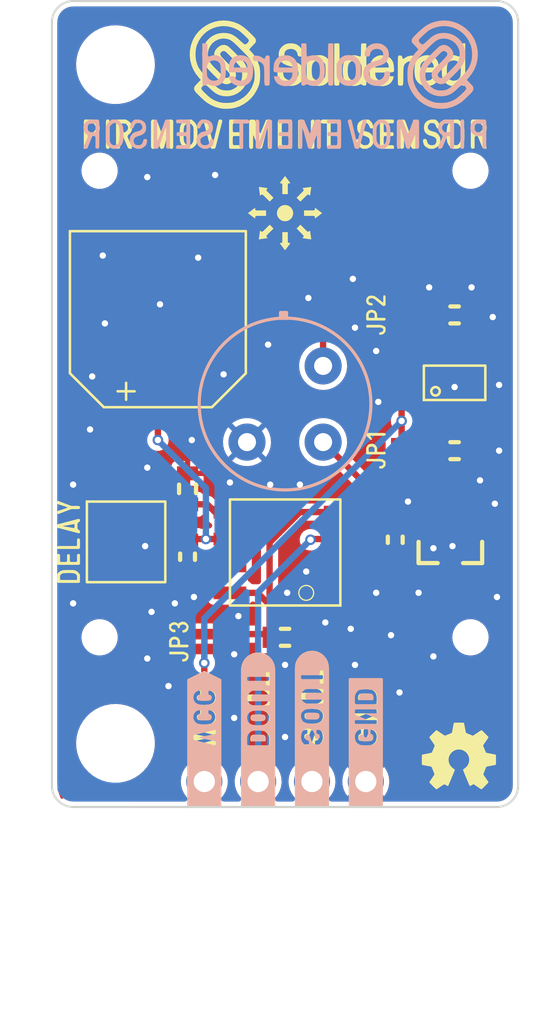
<source format=kicad_pcb>
(kicad_pcb (version 20210623) (generator pcbnew)
  (layers (0 "F.Cu" signal) (31 "B.Cu" signal) (34 "B.Paste" user) (35 "F.Paste" user) (36 "B.SilkS" user "B.Silkscreen") (37 "F.SilkS" user "F.Silkscreen") (38 "B.Mask" user) (39 "F.Mask" user) (44 "Edge.Cuts" user))
  (net 0 "")
  (net 1 "Net-(C1-Pad2)")
  (net 2 "GND")
  (net 3 "3V3")
  (net 4 "VDD_A")
  (net 5 "Net-(C4-Pad1)")
  (net 6 "REL")
  (net 7 "Net-(C5-Pad1)")
  (net 8 "Net-(Q1-Pad3)")
  (net 9 "Net-(R1-Pad3)")
  (net 10 "VCC")
  (net 11 "OUT")
  (footprint "" (layer "F.Cu") (at 92.25 100)
    (fp_text reference "HOLE_L2" hide)
    (fp_text value "" hide)
    (pad "" np_thru_hole circle locked (at 0 0) (size 1.2 1.2) (drill 1.2) (layers F&B.Cu *.Mask))
  )
  (footprint "buzzardLabel" (layer "F.Cu") (at 102.27 130.4 90)
    (fp_text reference "" (at 0 0 90) (layer "F.SilkS") (effects (font (size 1.27 1.27))))
    (fp_text value "" (at 0 0 90) (layer "F.SilkS") (effects (font (size 1.27 1.27))))
  )
  (footprint "e-radionica.com footprinti:FIDUCIAL_23" (layer "F.Cu") (at 107.4 103.1)
    (fp_text reference "FD1")
    (fp_text value "FIDUCIAL")
    (fp_circle (center 0 0) (end 1 0) (layer "F.Cu") (width 0.2) (fill none))
    (pad "1" smd circle (at 0 0) (size 1 1) (layers "F.Cu" "F.Paste" "F.Mask") (clearance 1.1))
  )
  (footprint "buzzardLabel" (layer "F.Cu") (at 104.81 130.4 90)
    (fp_text reference "" (at 0 0 90) (layer "F.SilkS") (effects (font (size 1.27 1.27))))
    (fp_text value "" (at 0 0 90) (layer "F.SilkS") (effects (font (size 1.27 1.27))))
  )
  (footprint "e-radionica.com footprinti:0603R" (layer "F.Cu") (at 106.2 117.4 90)
    (fp_text reference "R2")
    (fp_text value "10k")
    (pad "1" smd rect locked (at -0.775 0 180) (size 1 0.64) (layers "F.Cu" "F.Paste" "F.Mask") (net 8 "Net-(Q1-Pad3)"))
    (pad "2" smd rect locked (at 0.775 0 180) (size 1 0.64) (layers "F.Cu" "F.Paste" "F.Mask") (net 4 "VDD_A"))
  )
  (footprint "e-radionica.com footprinti:0603C" (layer "F.Cu") (at 109 106.8 180)
    (fp_text reference "C2")
    (fp_text value "2u2")
    (pad "1" smd rect locked (at -0.73 0 180) (size 0.66 1) (layers "F.Cu" "F.Paste" "F.Mask") (net 2 "GND"))
    (pad "2" smd rect locked (at 0.73 0 180) (size 0.66 1) (layers "F.Cu" "F.Paste" "F.Mask") (net 3 "3V3"))
  )
  (footprint "" (layer "F.Cu") (at 92.25 122)
    (fp_text reference "HOLE_L1" hide)
    (fp_text value "" hide)
    (pad "" np_thru_hole circle locked (at 0 0) (size 1.2 1.2) (drill 1.2) (layers F&B.Cu *.Mask))
  )
  (footprint "e-radionica.com footprinti:0603C" (layer "F.Cu") (at 101 122)
    (fp_text reference "C3")
    (fp_text value "100n")
    (pad "1" smd rect locked (at -0.73 0) (size 0.66 1) (layers "F.Cu" "F.Paste" "F.Mask") (net 4 "VDD_A"))
    (pad "2" smd rect locked (at 0.73 0) (size 0.66 1) (layers "F.Cu" "F.Paste" "F.Mask") (net 2 "GND"))
  )
  (footprint "e-radionica.com footprinti:ELECTROLITIC_CAP_8x8x14.5" (layer "F.Cu") (at 95 107 90)
    (fp_text reference "C5")
    (fp_text value "EMZR160ARA681MHA0G")
    (pad "1" smd rect (at -3.3 0 180) (size 1.2 3.4) (layers "F.Cu" "F.Paste" "F.Mask") (net 7 "Net-(C5-Pad1)"))
    (pad "2" smd rect (at 3.3 0 180) (size 1.2 3.4) (layers "F.Cu" "F.Paste" "F.Mask") (net 2 "GND"))
  )
  (footprint "Soldered Graphics:Logo-Back-SolderedFULL-13mm" (layer "F.Cu") (at 103.6 95)
    (fp_text reference "REF**" hide)
    (fp_text value "Logo-Front-SolderedFULL-13mm" hide)
  )
  (footprint "" (layer "F.Cu") (at 109.75 100)
    (fp_text reference "HOLE_L3" hide)
    (fp_text value "" hide)
    (pad "" np_thru_hole circle locked (at 0 0) (size 1.2 1.2) (drill 1.2) (layers F&B.Cu *.Mask))
  )
  (footprint "e-radionica.com footprinti:HOLE_3.2mm" (layer "F.Cu") (at 93 95)
    (fp_text reference "H2" hide)
    (fp_text value "HOLE_3.2mm" hide)
    (pad "" np_thru_hole circle locked (at 0 0) (size 3.2 3.2) (drill 3.2) (layers F&B.Cu *.Mask))
  )
  (footprint "e-radionica.com footprinti:0603C" (layer "F.Cu") (at 109 113.2 180)
    (fp_text reference "C1")
    (fp_text value "2u2")
    (pad "1" smd rect locked (at -0.73 0 180) (size 0.66 1) (layers "F.Cu" "F.Paste" "F.Mask") (net 2 "GND"))
    (pad "2" smd rect locked (at 0.73 0 180) (size 0.66 1) (layers "F.Cu" "F.Paste" "F.Mask") (net 1 "Net-(C1-Pad2)"))
  )
  (footprint "e-radionica.com footprinti:SOIC−8" (layer "F.Cu") (at 101 118 180)
    (fp_text reference "U3")
    (fp_text value "NE555DR")
    (pad "1" smd rect locked (at -2.6 -1.905 180) (size 1.55 0.6) (layers "F.Cu" "F.Paste" "F.Mask") (net 2 "GND"))
    (pad "2" smd rect locked (at -2.6 -0.635 180) (size 1.55 0.6) (layers "F.Cu" "F.Paste" "F.Mask") (net 8 "Net-(Q1-Pad3)"))
    (pad "3" smd rect locked (at -2.6 0.635 180) (size 1.55 0.6) (layers "F.Cu" "F.Paste" "F.Mask") (net 11 "OUT"))
    (pad "4" smd rect locked (at -2.6 1.905 180) (size 1.55 0.6) (layers "F.Cu" "F.Paste" "F.Mask") (net 4 "VDD_A"))
    (pad "5" smd rect locked (at 2.6 1.905 180) (size 1.55 0.6) (layers "F.Cu" "F.Paste" "F.Mask") (net 5 "Net-(C4-Pad1)"))
    (pad "6" smd rect locked (at 2.6 0.635 180) (size 1.55 0.6) (layers "F.Cu" "F.Paste" "F.Mask") (net 7 "Net-(C5-Pad1)"))
    (pad "7" smd rect locked (at 2.6 -0.635 180) (size 1.55 0.6) (layers "F.Cu" "F.Paste" "F.Mask") (net 7 "Net-(C5-Pad1)"))
    (pad "8" smd rect locked (at 2.6 -1.905 180) (size 1.55 0.6) (layers "F.Cu" "F.Paste" "F.Mask") (net 4 "VDD_A"))
  )
  (footprint "buzzardLabel" (layer "F.Cu") (at 96 122.2 90)
    (fp_text reference "" (at 0 0 90) (layer "F.SilkS") (effects (font (size 1.27 1.27))))
    (fp_text value "" (at 0 0 90) (layer "F.SilkS") (effects (font (size 1.27 1.27))))
  )
  (footprint "Soldered Graphics:Logo-Front-SolderedFULL-13mm" (layer "F.Cu") (at 103 95)
    (fp_text reference "REF**" hide)
    (fp_text value "Logo-Front-SolderedFULL-13mm" hide)
  )
  (footprint "e-radionica.com footprinti:0603R" (layer "F.Cu") (at 96.4 118.2 -90)
    (fp_text reference "R3")
    (fp_text value "1k")
    (pad "1" smd rect locked (at -0.775 0) (size 1 0.64) (layers "F.Cu" "F.Paste" "F.Mask") (net 7 "Net-(C5-Pad1)"))
    (pad "2" smd rect locked (at 0.775 0) (size 1 0.64) (layers "F.Cu" "F.Paste" "F.Mask") (net 9 "Net-(R1-Pad3)"))
  )
  (footprint "buzzardLabel" (layer "F.Cu") (at 105.3 113.2 90)
    (fp_text reference "" (at 0 0 90) (layer "F.SilkS") (effects (font (size 1.27 1.27))))
    (fp_text value "" (at 0 0 90) (layer "F.SilkS") (effects (font (size 1.27 1.27))))
  )
  (footprint "buzzardLabel" (layer "F.Cu") (at 105.3 106.8 90)
    (fp_text reference "" (at 0 0 90) (layer "F.SilkS") (effects (font (size 1.27 1.27))))
    (fp_text value "" (at 0 0 90) (layer "F.SilkS") (effects (font (size 1.27 1.27))))
  )
  (footprint "e-radionica.com footprinti:HEADER_MALE_4X1" (layer "F.Cu") (at 101 128.8 180)
    (fp_text reference "K1")
    (fp_text value "HEADER_MALE_4X1")
    (pad "1" thru_hole circle locked (at -3.81 0 180) (size 1.7 1.7) (drill 1) (layers *.Cu *.Mask) (net 2 "GND"))
    (pad "2" thru_hole circle locked (at -1.27 0 180) (size 1.7 1.7) (drill 1) (layers *.Cu *.Mask) (net 6 "REL"))
    (pad "3" thru_hole circle locked (at 1.27 0 180) (size 1.7 1.7) (drill 1) (layers *.Cu *.Mask) (net 11 "OUT"))
    (pad "4" thru_hole circle locked (at 3.81 0 180) (size 1.7 1.7) (drill 1) (layers *.Cu *.Mask) (net 10 "VCC"))
  )
  (footprint "buzzardLabel" (layer "F.Cu") (at 101 98.3)
    (fp_text reference "" (at 0 0) (layer "F.SilkS") (effects (font (size 1.27 1.27))))
    (fp_text value "" (at 0 0) (layer "F.SilkS") (effects (font (size 1.27 1.27))))
  )
  (footprint "e-radionica.com footprinti:SOT-23-5" (layer "F.Cu") (at 109 110 90)
    (fp_text reference "U2")
    (fp_text value "SE5218")
    (pad "1" smd rect locked (at -1.3 -0.95 90) (size 1.1 0.6) (layers "F.Cu" "F.Paste" "F.Mask") (net 1 "Net-(C1-Pad2)"))
    (pad "2" smd rect locked (at -1.3 0 90) (size 1.1 0.6) (layers "F.Cu" "F.Paste" "F.Mask") (net 2 "GND"))
    (pad "3" smd rect locked (at -1.3 0.95 90) (size 1.1 0.6) (layers "F.Cu" "F.Paste" "F.Mask") (net 1 "Net-(C1-Pad2)"))
    (pad "4" smd rect locked (at 1.3 0.95 90) (size 1.1 0.6) (layers "F.Cu" "F.Paste" "F.Mask"))
    (pad "5" smd rect locked (at 1.3 -0.95 90) (size 1.1 0.6) (layers "F.Cu" "F.Paste" "F.Mask") (net 3 "3V3"))
  )
  (footprint "Soldered Graphics:Version2.0.0." (layer "F.Cu") (at 91.8 129.3)
    (fp_text reference "REF**" hide)
    (fp_text value "Version2.0.0." hide)
    (fp_poly (pts (xy 0.16 0.31) (xy 0.22 0.31) (xy 0.27 0.29) (xy 0.24 0.24) (xy 0.14 0.24) (xy 0.1 0.21) (xy 0.08 0.16) (xy 0.06 0.11) (xy 0.06 0.07) (xy 0.05 -0.05) (xy 0.06 -0.17) (xy 0.06 -0.21) (xy 0.07 -0.26) (xy 0.1 -0.31) (xy 0.13 -0.34) (xy 0.24 -0.34) (xy 0.27 -0.3) (xy 0.28 -0.25) (xy 0.29 -0.19) (xy 0.3 -0.09) (xy 0.3 0.04) (xy 0.29 0.08) (xy 0.29 0.13) (xy 0.27 0.18) (xy 0.25 0.23) (xy 0.24 0.24) (xy 0.28 0.28) (xy 0.32 0.25) (xy 0.35 0.22) (xy 0.37 0.18) (xy 0.38 0.12) (xy 0.39 0.07) (xy 0.39 0.02) (xy 0.39 -0.1) (xy 0.39 -0.16) (xy 0.38 -0.21) (xy 0.37 -0.26) (xy 0.36 -0.31) (xy 0.33 -0.34) (xy 0.29 -0.38) (xy 0.24 -0.41) (xy 0.18 -0.42) (xy 0.13 -0.42) (xy 0.07 -0.39) (xy 0.03 -0.35) (xy 0.01 -0.32) (xy -0.02 -0.27) (xy -0.03 -0.22) (xy -0.03 -0.17) (xy -0.04 -0.12) (xy -0.04 0) (xy -0.04 0.06) (xy -0.03 0.1) (xy -0.02 0.16) (xy 0 0.21) (xy 0.02 0.24) (xy 0.06 0.28) (xy 0.12 0.31) (xy 0.16 0.31)) (layer "F.Cu") (width 0.01) (fill solid))
    (fp_poly (pts (xy 0.54 0.34) (xy 0.59 0.34) (xy 0.64 0.33) (xy 0.65 0.29) (xy 0.65 0.23) (xy 0.61 0.22) (xy 0.56 0.22) (xy 0.52 0.25) (xy 0.52 0.3) (xy 0.54 0.34)) (layer "F.Cu") (width 0.01) (fill solid))
    (fp_poly (pts (xy -0.34 0.34) (xy -0.29 0.34) (xy -0.23 0.33) (xy -0.23 0.29) (xy -0.23 0.23) (xy -0.27 0.22) (xy -0.32 0.22) (xy -0.35 0.25) (xy -0.35 0.3) (xy -0.34 0.34)) (layer "F.Cu") (width 0.01) (fill solid))
    (fp_poly (pts (xy -1.36 0.31) (xy -1.3 0.31) (xy -1.27 0.27) (xy -1.12 -0.14) (xy -1.14 -0.17) (xy -1.19 -0.17) (xy -1.22 -0.14) (xy -1.31 0.12) (xy -1.33 0.17) (xy -1.35 0.13) (xy -1.44 -0.13) (xy -1.47 -0.17) (xy -1.52 -0.17) (xy -1.54 -0.14) (xy -1.39 0.27) (xy -1.36 0.31)) (layer "F.Cu") (width 0.01) (fill solid))
    (fp_poly (pts (xy -0.86 0.31) (xy -0.53 0.31) (xy -0.49 0.29) (xy -0.49 0.24) (xy -0.53 0.23) (xy -0.75 0.23) (xy -0.74 0.19) (xy -0.57 -0.02) (xy -0.54 -0.07) (xy -0.52 -0.12) (xy -0.5 -0.17) (xy -0.5 -0.22) (xy -0.51 -0.28) (xy -0.52 -0.33) (xy -0.55 -0.36) (xy -0.6 -0.4) (xy -0.65 -0.42) (xy -0.71 -0.42) (xy -0.77 -0.4) (xy -0.81 -0.36) (xy -0.84 -0.33) (xy -0.86 -0.28) (xy -0.87 -0.23) (xy -0.86 -0.18) (xy -0.8 -0.18) (xy -0.78 -0.22) (xy -0.77 -0.27) (xy -0.74 -0.31) (xy -0.69 -0.33) (xy -0.64 -0.33) (xy -0.6 -0.28) (xy -0.59 -0.23) (xy -0.6 -0.18) (xy -0.61 -0.13) (xy -0.64 -0.08) (xy -0.85 0.17) (xy -0.88 0.22) (xy -0.88 0.27) (xy -0.86 0.31)) (layer "F.Cu") (width 0.01) (fill solid))
    (fp_poly (pts (xy 1.04 0.31) (xy 1.1 0.31) (xy 1.15 0.29) (xy 1.12 0.24) (xy 1.01 0.24) (xy 0.97 0.21) (xy 0.95 0.16) (xy 0.94 0.11) (xy 0.93 0.07) (xy 0.93 -0.05) (xy 0.93 -0.17) (xy 0.94 -0.21) (xy 0.95 -0.26) (xy 0.97 -0.31) (xy 1.01 -0.34) (xy 1.12 -0.34) (xy 1.14 -0.3) (xy 1.16 -0.25) (xy 1.17 -0.19) (xy 1.17 -0.09) (xy 1.17 0.04) (xy 1.17 0.08) (xy 1.16 0.13) (xy 1.15 0.18) (xy 1.12 0.23) (xy 1.12 0.24) (xy 1.15 0.28) (xy 1.2 0.25) (xy 1.23 0.22) (xy 1.25 0.18) (xy 1.26 0.12) (xy 1.26 0.07) (xy 1.27 0.02) (xy 1.27 -0.1) (xy 1.26 -0.16) (xy 1.26 -0.21) (xy 1.25 -0.26) (xy 1.23 -0.31) (xy 1.21 -0.34) (xy 1.17 -0.38) (xy 1.12 -0.41) (xy 1.06 -0.42) (xy 1.01 -0.42) (xy 0.95 -0.39) (xy 0.91 -0.35) (xy 0.88 -0.32) (xy 0.86 -0.27) (xy 0.85 -0.22) (xy 0.84 -0.17) (xy 0.84 -0.12) (xy 0.84 0) (xy 0.84 0.06) (xy 0.85 0.1) (xy 0.86 0.16) (xy 0.88 0.21) (xy 0.9 0.24) (xy 0.94 0.28) (xy 1 0.31) (xy 1.04 0.31)) (layer "F.Cu") (width 0.01) (fill solid))
    (fp_poly (pts (xy 1.42 0.34) (xy 1.47 0.34) (xy 1.52 0.33) (xy 1.53 0.29) (xy 1.53 0.23) (xy 1.48 0.22) (xy 1.43 0.22) (xy 1.4 0.25) (xy 1.4 0.3) (xy 1.42 0.34)) (layer "F.Cu") (width 0.01) (fill solid))
  )
  (footprint "buzzardLabel" (layer "F.Cu") (at 97.19 130.4 90)
    (fp_text reference "" (at 0 0 90) (layer "F.SilkS") (effects (font (size 1.27 1.27))))
    (fp_text value "" (at 0 0 90) (layer "F.SilkS") (effects (font (size 1.27 1.27))))
  )
  (footprint "Soldered Graphics:Symbol-Front-Movement" (layer "F.Cu") (at 101 102)
    (fp_text reference "G***" hide)
    (fp_text value "LOGO" hide)
  )
  (footprint "buzzardLabel" (layer "F.Cu") (at 99.73 130.4 90)
    (fp_text reference "" (at 0 0 90) (layer "F.SilkS") (effects (font (size 1.27 1.27))))
    (fp_text value "" (at 0 0 90) (layer "F.SilkS") (effects (font (size 1.27 1.27))))
  )
  (footprint "e-radionica.com footprinti:SMD_JUMPER" (layer "F.Cu") (at 106.5 106.8 90)
    (fp_text reference "JP2")
    (fp_text value "SMD_JUMPER")
    (pad "1" smd rect locked (at -0.35 0 90) (size 0.5 1) (layers "F.Cu" "F.Mask") (net 10 "VCC"))
    (pad "2" smd rect locked (at 0.35 0 90) (size 0.5 1) (layers "F.Cu" "F.Mask") (net 3 "3V3"))
  )
  (footprint "e-radionica.com footprinti:HOLE_3.2mm" (layer "F.Cu") (at 93 127)
    (fp_text reference "H1" hide)
    (fp_text value "HOLE_3.2mm" hide)
    (pad "" np_thru_hole circle locked (at 0 0) (size 3.2 3.2) (drill 3.2) (layers F&B.Cu *.Mask))
  )
  (footprint "e-radionica.com footprinti:0603C" (layer "F.Cu") (at 96.4 115 90)
    (fp_text reference "C4")
    (fp_text value "10n")
    (pad "1" smd rect locked (at -0.73 0 90) (size 0.66 1) (layers "F.Cu" "F.Paste" "F.Mask") (net 5 "Net-(C4-Pad1)"))
    (pad "2" smd rect locked (at 0.73 0 90) (size 0.66 1) (layers "F.Cu" "F.Paste" "F.Mask") (net 2 "GND"))
  )
  (footprint "e-radionica.com footprinti:tc33x-2-103e" (layer "F.Cu") (at 93.5 117.5)
    (fp_text reference "R1")
    (fp_text value "TC33X-2-105E")
    (pad "1" smd rect locked (at -1 1.8) (size 1.2 1.2) (layers "F.Cu" "F.Paste" "F.Mask") (net 4 "VDD_A"))
    (pad "2" smd rect locked (at 0 -1.45) (size 1.6 1.5) (layers "F.Cu" "F.Paste" "F.Mask") (net 4 "VDD_A"))
    (pad "3" smd rect locked (at 1 1.8) (size 1.2 1.2) (layers "F.Cu" "F.Paste" "F.Mask") (net 9 "Net-(R1-Pad3)"))
  )
  (footprint "" (layer "F.Cu") (at 109.75 122)
    (fp_text reference "HOLE_L4" hide)
    (fp_text value "" hide)
    (pad "" np_thru_hole circle locked (at 0 0) (size 1.2 1.2) (drill 1.2) (layers F&B.Cu *.Mask))
  )
  (footprint "e-radionica.com footprinti:SOT-23-3" (layer "F.Cu") (at 108.8 117.8 -90)
    (fp_text reference "Q1")
    (fp_text value "NMOS")
    (pad "1" smd rect locked (at -1.2 -0.95) (size 0.6 1) (layers "F.Cu" "F.Paste" "F.Mask") (net 6 "REL"))
    (pad "2" smd rect locked (at -1.2 0.95) (size 0.6 1) (layers "F.Cu" "F.Paste" "F.Mask") (net 2 "GND"))
    (pad "3" smd rect locked (at 1.2 0) (size 0.6 1) (layers "F.Cu" "F.Paste" "F.Mask") (net 8 "Net-(Q1-Pad3)"))
  )
  (footprint "buzzardLabel" (layer "F.Cu") (at 90.8 117.5 90)
    (fp_text reference "" (at 0 0 90) (layer "F.SilkS") (effects (font (size 1.27 1.27))))
    (fp_text value "" (at 0 0 90) (layer "F.SilkS") (effects (font (size 1.27 1.27))))
  )
  (footprint "e-radionica.com footprinti:SMD-JUMPER-CONNECTED_TRACE_SLODERMASK" (layer "F.Cu") (at 97.2 122.2 90)
    (fp_text reference "JP3")
    (fp_text value "SMD-JUMPER-CONNECTED_TRACE_SLODERMASK")
    (fp_poly (pts (xy 0.1 0.1) (xy -0.1 0.1) (xy -0.1 -0.1) (xy 0.1 -0.1)) (layer "F.Cu") (width 0.1) (fill solid))
    (pad "1" smd rect (at -0.35 0 90) (size 0.5 1) (layers "F.Cu" "F.Mask") (net 10 "VCC"))
    (pad "2" smd rect (at 0.35 0 90) (size 0.5 1) (layers "F.Cu" "F.Mask") (net 4 "VDD_A"))
  )
  (footprint "e-radionica.com footprinti:SMD-JUMPER-CONNECTED_TRACE_SLODERMASK" (layer "F.Cu") (at 106.5 113.2 90)
    (fp_text reference "JP1")
    (fp_text value "SMD-JUMPER-CONNECTED_TRACE_SLODERMASK")
    (fp_poly (pts (xy 0.1 0.1) (xy -0.1 0.1) (xy -0.1 -0.1) (xy 0.1 -0.1)) (layer "F.Cu") (width 0.1) (fill solid))
    (pad "1" smd rect (at -0.35 0 90) (size 0.5 1) (layers "F.Cu" "F.Mask") (net 1 "Net-(C1-Pad2)"))
    (pad "2" smd rect (at 0.35 0 90) (size 0.5 1) (layers "F.Cu" "F.Mask") (net 10 "VCC"))
  )
  (footprint "e-radionica.com footprinti:PIR_senzor" (layer "B.Cu") (at 101 111 -135)
    (fp_text reference "U1")
    (fp_text value "AM312")
    (pad "1" thru_hole circle locked (at -2.54 0 225) (size 1.75 1.75) (drill 0.85) (layers *.Cu *.Mask) (net 3 "3V3"))
    (pad "2" thru_hole circle locked (at 0 -2.54 225) (size 1.75 1.75) (drill 0.85) (layers *.Cu *.Mask) (net 6 "REL"))
    (pad "3" thru_hole circle locked (at 2.54 0 225) (size 1.75 1.75) (drill 0.85) (layers *.Cu *.Mask) (net 2 "GND"))
  )
  (footprint "buzzardLabel" (layer "B.Cu") (at 99.73 130.4 90)
    (fp_text reference "" (at 0 0 90) (layer "B.SilkS") (effects (font (size 1.27 1.27)) (justify mirror)))
    (fp_text value "" (at 0 0 90) (layer "B.SilkS") (effects (font (size 1.27 1.27)) (justify mirror)))
  )
  (footprint "buzzardLabel" (layer "B.Cu") (at 97.19 130.4 90)
    (fp_text reference "" (at 0 0 90) (layer "B.SilkS") (effects (font (size 1.27 1.27)) (justify mirror)))
    (fp_text value "" (at 0 0 90) (layer "B.SilkS") (effects (font (size 1.27 1.27)) (justify mirror)))
  )
  (footprint "buzzardLabel" (layer "B.Cu") (at 102.27 130.4 90)
    (fp_text reference "" (at 0 0 90) (layer "B.SilkS") (effects (font (size 1.27 1.27)) (justify mirror)))
    (fp_text value "" (at 0 0 90) (layer "B.SilkS") (effects (font (size 1.27 1.27)) (justify mirror)))
  )
  (footprint "buzzardLabel" (layer "B.Cu") (at 101 98.3 180)
    (fp_text reference "" (at 0 0) (layer "B.SilkS") (effects (font (size 1.27 1.27)) (justify mirror)))
    (fp_text value "" (at 0 0) (layer "B.SilkS") (effects (font (size 1.27 1.27)) (justify mirror)))
  )
  (footprint "Soldered Graphics:Logo-Back-OSH-3.5mm" (layer "B.Cu") (at 109.2 127.6 180)
    (fp_text reference "G***" hide)
    (fp_text value "LOGO" hide)
  )
  (footprint "buzzardLabel" (layer "B.Cu") (at 104.81 130.4 90)
    (fp_text reference "" (at 0 0 90) (layer "B.SilkS") (effects (font (size 1.27 1.27)) (justify mirror)))
    (fp_text value "" (at 0 0 90) (layer "B.SilkS") (effects (font (size 1.27 1.27)) (justify mirror)))
  )
  (gr_arc (start 91 129) (end 91 130) (angle 90) (layer "Edge.Cuts") (width 0.1))
  (gr_line (start 91 92) (end 111 92) (layer "Edge.Cuts") (width 0.1))
  (gr_line (start 111 130) (end 91 130) (layer "Edge.Cuts") (width 0.1))
  (gr_arc (start 91 93) (end 91 92) (angle -90) (layer "Edge.Cuts") (width 0.1))
  (gr_line (start 112 93) (end 112 129) (layer "Edge.Cuts") (width 0.1))
  (gr_line (start 90 129) (end 90 93) (layer "Edge.Cuts") (width 0.1))
  (gr_arc (start 111 129) (end 111 130) (angle -90) (layer "Edge.Cuts") (width 0.1))
  (gr_arc (start 111 93) (end 111 92) (angle 90) (layer "Edge.Cuts") (width 0.1))
  (segment (start 109.4 109.5) (end 109.95 110.05) (width 0.254) (layer "F.Cu") (net 1))
  (segment (start 106.5 113.55) (end 107.92 113.55) (width 0.3) (layer "F.Cu") (net 1))
  (segment (start 108.27 112.47) (end 108.05 112.25) (width 0.3) (layer "F.Cu") (net 1))
  (segment (start 107.92 113.55) (end 108.27 113.2) (width 0.3) (layer "F.Cu") (net 1))
  (segment (start 108.599511 109.5) (end 109.4 109.5) (width 0.254) (layer "F.Cu") (net 1))
  (segment (start 108.05 110.049511) (end 108.599511 109.5) (width 0.254) (layer "F.Cu") (net 1))
  (segment (start 108.27 113.2) (end 108.27 112.47) (width 0.3) (layer "F.Cu") (net 1))
  (segment (start 108.05 112.25) (end 108.05 111.3) (width 0.3) (layer "F.Cu") (net 1))
  (segment (start 109.95 110.05) (end 109.95 111.3) (width 0.254) (layer "F.Cu") (net 1))
  (segment (start 108.05 111.3) (end 108.05 110.049511) (width 0.254) (layer "F.Cu") (net 1))
  (via (at 94.5 123) (size 0.5) (drill 0.3) (layers "F.Cu" "B.Cu") (net 2))
  (via (at 100.2 108.2) (size 0.5) (drill 0.3) (layers "F.Cu" "B.Cu") (net 2))
  (via (at 96.6 112.7) (size 0.5) (drill 0.3) (layers "F.Cu" "B.Cu") (net 2))
  (via (at 110.8 106.9) (size 0.5) (drill 0.3) (layers "F.Cu" "B.Cu") (net 2))
  (via (at 94.7 120.8) (size 0.5) (drill 0.3) (layers "F.Cu" "B.Cu") (net 2))
  (via (at 108 122.9) (size 0.5) (drill 0.3) (layers "F.Cu" "B.Cu") (net 2))
  (via (at 92.5 107.2) (size 0.5) (drill 0.3) (layers "F.Cu" "B.Cu") (net 2))
  (via (at 104.3 123.3) (size 0.5) (drill 0.3) (layers "F.Cu" "B.Cu") (net 2))
  (via (at 101 126.7) (size 0.5) (drill 0.3) (layers "F.Cu" "B.Cu") (net 2))
  (via (at 101 123.3) (size 0.5) (drill 0.3) (layers "F.Cu" "B.Cu") (net 2))
  (via (at 111.1 110.1) (size 0.5) (drill 0.3) (layers "F.Cu" "B.Cu") (net 2))
  (via (at 102.9 121.3) (size 0.5) (drill 0.3) (layers "F.Cu" "B.Cu") (net 2))
  (via (at 111.1 113.2) (size 0.5) (drill 0.3) (layers "F.Cu" "B.Cu") (net 2))
  (via (at 95.1 106.3) (size 0.5) (drill 0.3) (layers "F.Cu" "B.Cu") (net 2))
  (via (at 110.2 114.6) (size 0.5) (drill 0.3) (layers "F.Cu" "B.Cu") (net 2))
  (via (at 98.8 121) (size 0.5) (drill 0.3) (layers "F.Cu" "B.Cu") (net 2))
  (via (at 107.3 119.9) (size 0.5) (drill 0.3) (layers "F.Cu" "B.Cu") (net 2))
  (via (at 91 120.4) (size 0.5) (drill 0.3) (layers "F.Cu" "B.Cu") (net 2))
  (via (at 106.4 124.6) (size 0.5) (drill 0.3) (layers "F.Cu" "B.Cu") (net 2))
  (via (at 105.3 108.5) (size 0.5) (drill 0.3) (layers "F.Cu" "B.Cu") (net 2))
  (via (at 105.3 119.9) (size 0.5) (drill 0.3) (layers "F.Cu" "B.Cu") (net 2))
  (via (at 94.5 114) (size 0.5) (drill 0.3) (layers "F.Cu" "B.Cu") (net 2))
  (via (at 109 110.2) (size 0.5) (drill 0.3) (layers "F.Cu" "B.Cu") (net 2))
  (via (at 106.8 115.6) (size 0.5) (drill 0.3) (layers "F.Cu" "B.Cu") (net 2))
  (via (at 111 120.1) (size 0.5) (drill 0.3) (layers "F.Cu" "B.Cu") (net 2))
  (via (at 94.4 117.7) (size 0.5) (drill 0.3) (layers "F.Cu" "B.Cu") (net 2))
  (via (at 107.8 105.5) (size 0.5) (drill 0.3) (layers "F.Cu" "B.Cu") (net 2))
  (via (at 91.9 109.7) (size 0.5) (drill 0.3) (layers "F.Cu" "B.Cu") (net 2))
  (via (at 92.4 104) (size 0.5) (drill 0.3) (layers "F.Cu" "B.Cu") (net 2))
  (via (at 95.8 120.4) (size 0.5) (drill 0.3) (layers "F.Cu" "B.Cu") (net 2))
  (via (at 98.6 125.8) (size 0.5) (drill 0.3) (layers "F.Cu" "B.Cu") (net 2))
  (via (at 96.9 104.1) (size 0.5) (drill 0.3) (layers "F.Cu" "B.Cu") (net 2))
  (via (at 100.3 114.8) (size 0.5) (drill 0.3) (layers "F.Cu" "B.Cu") (net 2))
  (via (at 101.1 119.9) (size 0.5) (drill 0.3) (layers "F.Cu" "B.Cu") (net 2))
  (via (at 104.3 107.4) (size 0.5) (drill 0.3) (layers "F.Cu" "B.Cu") (net 2))
  (via (at 109.8 105.5) (size 0.5) (drill 0.3) (layers "F.Cu" "B.Cu") (net 2))
  (via (at 105.4 110.9) (size 0.5) (drill 0.3) (layers "F.Cu" "B.Cu") (net 2))
  (via (at 95.5 124.3) (size 0.5) (drill 0.3) (layers "F.Cu" "B.Cu") (net 2))
  (via (at 96.7 120.1) (size 0.5) (drill 0.3) (layers "F.Cu" "B.Cu") (net 2))
  (via (at 98.4 114.7) (size 0.5) (drill 0.3) (layers "F.Cu" "B.Cu") (net 2))
  (via (at 97.7 100.2) (size 0.5) (drill 0.3) (layers "F.Cu" "B.Cu") (net 2))
  (via (at 110.9 115.7) (size 0.5) (drill 0.3) (layers "F.Cu" "B.Cu") (net 2))
  (via (at 102.1 106) (size 0.5) (drill 0.3) (layers "F.Cu" "B.Cu") (net 2))
  (via (at 101.7 114.8) (size 0.5) (drill 0.3) (layers "F.Cu" "B.Cu") (net 2))
  (via (at 98.6 122.8) (size 0.5) (drill 0.3) (layers "F.Cu" "B.Cu") (net 2))
  (via (at 98.1 109.6) (size 0.5) (drill 0.3) (layers "F.Cu" "B.Cu") (net 2))
  (via (at 91 114.8) (size 0.5) (drill 0.3) (layers "F.Cu" "B.Cu") (net 2))
  (via (at 94.5 100.3) (size 0.5) (drill 0.3) (layers "F.Cu" "B.Cu") (net 2))
  (via (at 91.8 112.2) (size 0.5) (drill 0.3) (layers "F.Cu" "B.Cu") (net 2))
  (via (at 106 121.9) (size 0.5) (drill 0.3) (layers "F.Cu" "B.Cu") (net 2))
  (via (at 108.9 117.7) (size 0.5) (drill 0.3) (layers "F.Cu" "B.Cu") (net 2))
  (via (at 102 118.9) (size 0.5) (drill 0.3) (layers "F.Cu" "B.Cu") (net 2))
  (via (at 108 117.8) (size 0.5) (drill 0.3) (layers "F.Cu" "B.Cu") (net 2))
  (via (at 104.1 121.6) (size 0.5) (drill 0.3) (layers "F.Cu" "B.Cu") (net 2))
  (via (at 104.2 105.1) (size 0.5) (drill 0.3) (layers "F.Cu" "B.Cu") (net 2))
  (segment (start 106.5 106.45) (end 103.95 106.45) (width 0.3) (layer "F.Cu") (net 3))
  (segment (start 102.796051 107.603949) (end 102.796051 109.203949) (width 0.3) (layer "F.Cu") (net 3))
  (segment (start 108.3 107.5) (end 108.3 106.83) (width 0.3) (layer "F.Cu") (net 3))
  (segment (start 106.5 106.45) (end 107.92 106.45) (width 0.3) (layer "F.Cu") (net 3))
  (segment (start 108.3 106.83) (end 108.27 106.8) (width 0.3) (layer "F.Cu") (net 3))
  (segment (start 103.95 106.45) (end 102.796051 107.603949) (width 0.3) (layer "F.Cu") (net 3))
  (segment (start 108.05 108.7) (end 108.05 107.75) (width 0.3) (layer "F.Cu") (net 3))
  (segment (start 107.92 106.45) (end 108.27 106.8) (width 0.3) (layer "F.Cu") (net 3))
  (segment (start 108.05 107.75) (end 108.3 107.5) (width 0.3) (layer "F.Cu") (net 3))
  (segment (start 100.27 117.53) (end 101.705 116.095) (width 0.3) (layer "F.Cu") (net 4))
  (segment (start 92.5 119.9) (end 94.45 121.85) (width 0.3) (layer "F.Cu") (net 4))
  (segment (start 103.6 116.095) (end 105.67 116.095) (width 0.3) (layer "F.Cu") (net 4))
  (segment (start 101.705 116.095) (end 103.6 116.095) (width 0.3) (layer "F.Cu") (net 4))
  (segment (start 105.67 116.095) (end 106.2 116.625) (width 0.3) (layer "F.Cu") (net 4))
  (segment (start 100.27 122) (end 100.27 120.47) (width 0.3) (layer "F.Cu") (net 4))
  (segment (start 92.5 119.3) (end 92.5 117.05) (width 0.3) (layer "F.Cu") (net 4))
  (segment (start 92.5 119.3) (end 92.5 119.9) (width 0.3) (layer "F.Cu") (net 4))
  (segment (start 94.45 121.85) (end 97.2 121.85) (width 0.3) (layer "F.Cu") (net 4))
  (segment (start 100.27 120.47) (end 100.27 117.53) (width 0.3) (layer "F.Cu") (net 4))
  (segment (start 99.705 119.905) (end 98.4 119.905) (width 0.3) (layer "F.Cu") (net 4))
  (segment (start 97.2 121.85) (end 100.12 121.85) (width 0.3) (layer "F.Cu") (net 4))
  (segment (start 100.27 120.47) (end 99.705 119.905) (width 0.3) (layer "F.Cu") (net 4))
  (segment (start 100.12 121.85) (end 100.27 122) (width 0.3) (layer "F.Cu") (net 4))
  (segment (start 92.5 117.05) (end 93.5 116.05) (width 0.3) (layer "F.Cu") (net 4))
  (segment (start 97.33 115.73) (end 96.4 115.73) (width 0.3) (layer "F.Cu") (net 5))
  (segment (start 98.4 116.095) (end 97.695 116.095) (width 0.3) (layer "F.Cu") (net 5))
  (segment (start 97.695 116.095) (end 97.33 115.73) (width 0.3) (layer "F.Cu") (net 5))
  (segment (start 102.796051 112.796051) (end 104.7 114.7) (width 0.3) (layer "F.Cu") (net 6))
  (segment (start 109.75 116.6) (end 110.4 117.25) (width 0.3) (layer "F.Cu") (net 6))
  (segment (start 108.4 114.7) (end 109.75 116.05) (width 0.3) (layer "F.Cu") (net 6))
  (segment (start 104.7 114.7) (end 108.4 114.7) (width 0.3) (layer "F.Cu") (net 6))
  (segment (start 102.27 127.23) (end 102.27 128.8) (width 0.3) (layer "F.Cu") (net 6))
  (segment (start 109.75 116.05) (end 109.75 116.6) (width 0.3) (layer "F.Cu") (net 6))
  (segment (start 110.4 119.1) (end 102.27 127.23) (width 0.3) (layer "F.Cu") (net 6))
  (segment (start 110.4 117.25) (end 110.4 119.1) (width 0.3) (layer "F.Cu") (net 6))
  (segment (start 96.46 117.365) (end 96.4 117.425) (width 0.3) (layer "F.Cu") (net 7))
  (segment (start 98.4 117.365) (end 97.365 117.365) (width 0.3) (layer "F.Cu") (net 7))
  (segment (start 95 112.7) (end 95 110.3) (width 0.3) (layer "F.Cu") (net 7))
  (segment (start 97.365 117.365) (end 96.46 117.365) (width 0.3) (layer "F.Cu") (net 7))
  (segment (start 97.365 117.365) (end 97.265 117.365) (width 0.3) (layer "F.Cu") (net 7))
  (via (at 95 112.7) (size 0.5) (drill 0.3) (layers "F.Cu" "B.Cu") (net 7))
  (via (at 97.265 117.365) (size 0.5) (drill 0.3) (layers "F.Cu" "B.Cu") (net 7))
  (segment (start 97.265 117.365) (end 97.265 114.965) (width 0.3) (layer "B.Cu") (net 7))
  (segment (start 97.265 114.965) (end 95 112.7) (width 0.3) (layer "B.Cu") (net 7))
  (segment (start 107.075 118.175) (end 106.2 118.175) (width 0.3) (layer "F.Cu") (net 8))
  (segment (start 105.525 118.175) (end 105.065 118.635) (width 0.3) (layer "F.Cu") (net 8))
  (segment (start 105.065 118.635) (end 103.6 118.635) (width 0.3) (layer "F.Cu") (net 8))
  (segment (start 108.8 119) (end 107.9 119) (width 0.3) (layer "F.Cu") (net 8))
  (segment (start 107.9 119) (end 107.075 118.175) (width 0.3) (layer "F.Cu") (net 8))
  (segment (start 106.2 118.175) (end 105.525 118.175) (width 0.3) (layer "F.Cu") (net 8))
  (segment (start 94.5 119.3) (end 95.1 119.3) (width 0.3) (layer "F.Cu") (net 9))
  (segment (start 95.425 118.975) (end 96.4 118.975) (width 0.3) (layer "F.Cu") (net 9))
  (segment (start 95.1 119.3) (end 95.425 118.975) (width 0.3) (layer "F.Cu") (net 9))
  (segment (start 97.19 128.8) (end 97.19 122.56) (width 0.3) (layer "F.Cu") (net 10))
  (segment (start 106.5 112.85) (end 106.5 111.8) (width 0.3) (layer "F.Cu") (net 10))
  (segment (start 97.19 122.56) (end 97.2 122.55) (width 0.3) (layer "F.Cu") (net 10))
  (segment (start 106.5 111.8) (end 106.5 107.15) (width 0.3) (layer "F.Cu") (net 10))
  (via (at 97.19 123.21) (size 0.5) (drill 0.3) (layers "F.Cu" "B.Cu") (net 10))
  (via (at 106.5 111.8) (size 0.5) (drill 0.3) (layers "F.Cu" "B.Cu") (net 10))
  (segment (start 97.19 123.21) (end 97.19 121.11) (width 0.3) (layer "B.Cu") (net 10))
  (segment (start 97.19 121.11) (end 106.5 111.8) (width 0.3) (layer "B.Cu") (net 10))
  (segment (start 102.235 117.365) (end 102.2 117.4) (width 0.3) (layer "F.Cu") (net 11))
  (segment (start 103.6 117.365) (end 102.235 117.365) (width 0.3) (layer "F.Cu") (net 11))
  (via (at 102.2 117.4) (size 0.5) (drill 0.3) (layers "F.Cu" "B.Cu") (net 11))
  (segment (start 99.73 119.87) (end 99.73 128.8) (width 0.3) (layer "B.Cu") (net 11))
  (segment (start 102.2 117.4) (end 99.73 119.87) (width 0.3) (layer "B.Cu") (net 11))
  (zone (net 2) (net_name "GND") (layers F&B.Cu) (connect_pads (clearance 0.254)) (min_thickness 0.254) (fill yes (thermal_gap 0.254) (thermal_bridge_width 0.254))
    (polygon (pts (xy 112 130) (xy 90 130) (xy 90 92) (xy 112 92)))
  )
)
</source>
